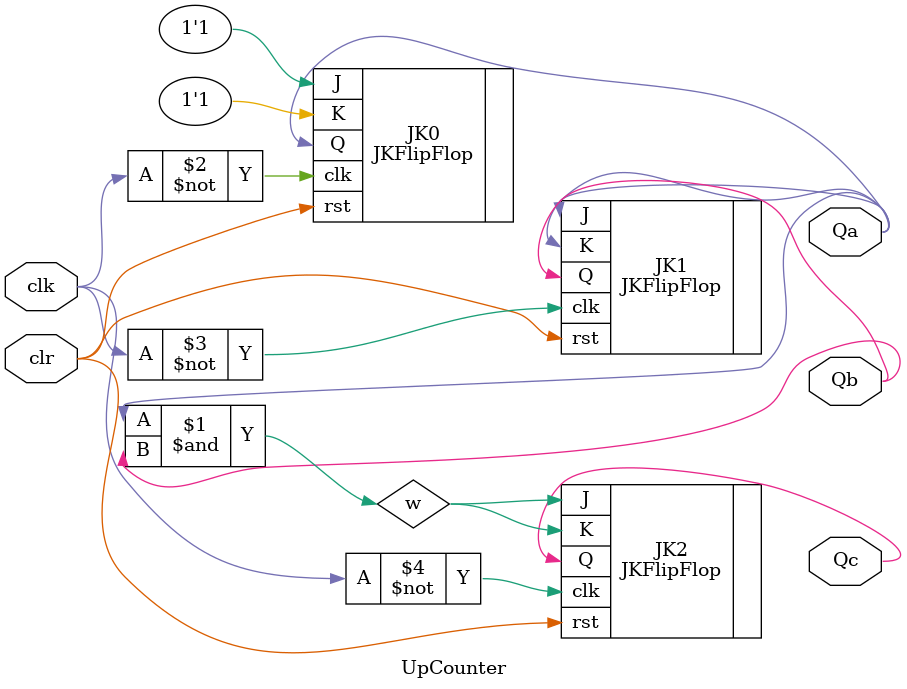
<source format=v>
`timescale 1ns / 1ps


module UpCounter(output Qa, Qb, Qc, input clk,clr);
wire w;

    //Logic
    and(w, Qa, Qb);
    
    JKFlipFlop JK0(.Q(Qa), .J(1'b1), .K(1'b1), .clk(~clk), .rst(clr));
    JKFlipFlop JK1(.Q(Qb), .J(Qa), .K(Qa), .clk(~clk), .rst(clr));
    JKFlipFlop JK2(.Q(Qc), .J(w), .K(w), .clk(~clk), .rst(clr));
    
endmodule

</source>
